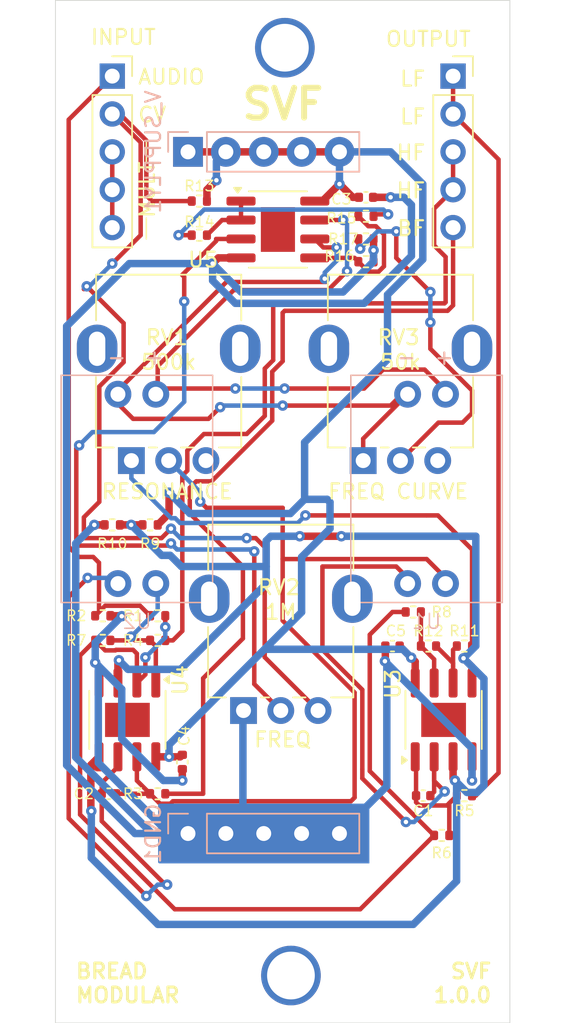
<source format=kicad_pcb>
(kicad_pcb (version 20240108) (generator "pcbnew") (generator_version "8.0")
  (layers (0 "F.Cu" signal) (31 "B.Cu" signal) (34 "B.Paste" user) (35 "F.Paste" user) (36 "B.SilkS" user "B.Silkscreen") (37 "F.SilkS" user "F.Silkscreen") (38 "B.Mask" user) (39 "F.Mask" user) (44 "Edge.Cuts" user))
  (net 0 "")
  (net 1 "GND")
  (net 2 "Net-(C1-Pad2)")
  (net 3 "Net-(U3A--)")
  (net 4 "Net-(U4B--)")
  (net 5 "Net-(C2-Pad2)")
  (net 6 "Net-(INPUT1-Pin_3)")
  (net 7 "V_IN")
  (net 8 "V_CV")
  (net 9 "V_HF")
  (net 10 "V_LF")
  (net 11 "V_BF")
  (net 12 "V_SUPPLY")
  (net 13 "Net-(U4A--)")
  (net 14 "Net-(R4-Pad1)")
  (net 15 "Net-(R12-Pad1)")
  (net 16 "V_MID")
  (net 17 "Net-(R11-Pad2)")
  (net 18 "Net-(U3B--)")
  (net 19 "Net-(U5A--)")
  (net 20 "Net-(R14-Pad1)")
  (net 21 "Net-(U5B-+)")
  (net 22 "VACTROL_NEG")
  (net 24 "Net-(U5A-+)")
  (net 25 "VACTROL_POS")
  (net 26 "Net-(R17-Pad2)")
  (footprint "Resistor_SMD:R_0402_1005Metric" (layer "F.Cu") (at 67.816 55.118)
    (property "Reference" "R15")
    (property "Value" "1M")
  )
  (footprint "Package_SO:SOIC-8-1EP_3.9x4.9mm_P1.27mm_EP2.29x3mm" (layer "F.Cu") (at 73.025 88.9 90)
    (property "Reference" "U3")
    (property "Value" "MCP6002-xSN")
  )
  (footprint "Resistor_SMD:R_0402_1005Metric" (layer "F.Cu") (at 50.163 81.915 180)
    (property "Reference" "R2")
    (property "Value" "22k")
  )
  (footprint "BreadModular_Pots:Potentiometer_RV09" (layer "F.Cu") (at 54.711 64.516)
    (property "Reference" "RV1")
    (property "Value" "500k")
  )
  (footprint "BreadModular_Pots:Potentiometer_RV09" (layer "F.Cu") (at 62.23 81.28)
    (property "Reference" "RV2")
    (property "Value" "1M")
  )
  (footprint "Resistor_SMD:R_0402_1005Metric" (layer "F.Cu") (at 53.846 93.853)
    (property "Reference" "R3")
    (property "Value" "1k")
  )
  (footprint "Resistor_SMD:R_0402_1005Metric" (layer "F.Cu") (at 56.64 56.388)
    (property "Reference" "R14")
    (property "Value" "1k")
  )
  (footprint "Capacitor_SMD:C_0402_1005Metric" (layer "F.Cu") (at 55.499 91.722 -90)
    (property "Reference" "C4")
    (property "Value" "0.1uf")
  )
  (footprint "Resistor_SMD:R_0402_1005Metric" (layer "F.Cu") (at 56.64 54.102)
    (property "Reference" "R13")
    (property "Value" "100k")
  )
  (footprint "Connector_PinSocket_2.54mm:PinSocket_1x05_P2.54mm_Vertical" (layer "F.Cu") (at 50.8 45.72)
    (property "Reference" "INPUT1")
    (property "Value" "Conn_01x05_Socket")
  )
  (footprint "Resistor_SMD:R_0402_1005Metric" (layer "F.Cu") (at 72.896 96.647 180)
    (property "Reference" "R6")
    (property "Value" "10k")
  )
  (footprint "Capacitor_SMD:C_0402_1005Metric" (layer "F.Cu") (at 71.656 93.98 180)
    (property "Reference" "C1")
    (property "Value" "10nf")
  )
  (footprint "Package_SO:SOIC-8-1EP_3.9x4.9mm_P1.27mm_EP2.29x3mm" (layer "F.Cu") (at 51.816 88.9 -90)
    (property "Reference" "U4")
    (property "Value" "MCP6002-xSN")
  )
  (footprint "Resistor_SMD:R_0402_1005Metric" (layer "F.Cu") (at 72.009 83.947)
    (property "Reference" "R12")
    (property "Value" "51k")
  )
  (footprint "Resistor_SMD:R_0402_1005Metric" (layer "F.Cu") (at 53.338 75.819 180)
    (property "Reference" "R9")
    (property "Value" "1k")
  )
  (footprint "Capacitor_SMD:C_0402_1005Metric" (layer "F.Cu") (at 50.574 93.853)
    (property "Reference" "C2")
    (property "Value" "10nf")
  )
  (footprint "Resistor_SMD:R_0402_1005Metric" (layer "F.Cu") (at 53.848 83.566)
    (property "Reference" "R4")
    (property "Value" "1k")
  )
  (footprint "Resistor_SMD:R_0402_1005Metric" (layer "F.Cu") (at 50.163 83.566)
    (property "Reference" "R7")
    (property "Value" "10k")
  )
  (footprint "Resistor_SMD:R_0402_1005Metric" (layer "F.Cu") (at 67.816 58.166 180)
    (property "Reference" "R16")
    (property "Value" "1M")
  )
  (footprint "Capacitor_SMD:C_0402_1005Metric" (layer "F.Cu") (at 67.818 53.848)
    (property "Reference" "C3")
    (property "Value" "0.1uf")
  )
  (footprint "Resistor_SMD:R_0402_1005Metric" (layer "F.Cu") (at 53.846 81.915)
    (property "Reference" "R1")
    (property "Value" "51k")
  )
  (footprint "Resistor_SMD:R_0402_1005Metric" (layer "F.Cu") (at 50.802 75.819 180)
    (property "Reference" "R10")
    (property "Value" "1k")
  )
  (footprint "Capacitor_SMD:C_0402_1005Metric" (layer "F.Cu") (at 69.596 83.947 180)
    (property "Reference" "C5")
    (property "Value" "0.1uf")
  )
  (footprint "Connector_PinSocket_2.54mm:PinSocket_1x05_P2.54mm_Vertical" (layer "F.Cu") (at 73.66 45.72)
    (property "Reference" "OUTPUT1")
    (property "Value" "Conn_01x05_Socket")
  )
  (footprint "Resistor_SMD:R_0402_1005Metric" (layer "F.Cu") (at 67.816 56.642 180)
    (property "Reference" "R17")
    (property "Value" "5.1k")
  )
  (footprint "Resistor_SMD:R_0402_1005Metric" (layer "F.Cu") (at 70.991 81.661 180)
    (property "Reference" "R8")
    (property "Value" "10k")
  )
  (footprint "Resistor_SMD:R_0402_1005Metric" (layer "F.Cu") (at 74.422 83.947)
    (property "Reference" "R11")
    (property "Value" "51k")
  )
  (footprint "BreadModular_Pots:Potentiometer_RV09" (layer "F.Cu") (at 70.257 64.516)
    (property "Reference" "RV3")
    (property "Value" "50k")
  )
  (footprint "Resistor_SMD:R_0402_1005Metric" (layer "F.Cu") (at 74.42 93.98)
    (property "Reference" "R5")
    (property "Value" "1k")
  )
  (footprint "Package_SO:SOIC-8-1EP_3.9x4.9mm_P1.27mm_EP2.29x3mm" (layer "F.Cu") (at 61.911 56.007)
    (property "Reference" "U5")
    (property "Value" "MCP6002-xSN")
  )
  (footprint "BreadModular_MISC:VTL5C" (layer "B.Cu") (at 71.882 73.406 180)
    (property "Reference" "U1")
    (property "Value" "VTL5C")
  )
  (footprint "BreadModular_MISC:Power_Connector" (layer "B.Cu") (at 55.88 50.8 -90)
    (property "Reference" "V_SUPPLY1")
    (property "Value" "Conn_01x05_Pin")
  )
  (footprint "BreadModular_MISC:Power_Connector" (layer "B.Cu") (at 55.88 96.52 -90)
    (property "Reference" "GND1")
    (property "Value" "Conn_01x05_Pin")
  )
  (footprint "BreadModular_MISC:VTL5C" (layer "B.Cu") (at 52.451 73.406 180)
    (property "Reference" "U2")
    (property "Value" "VTL5C")
  )
  (gr_poly (pts (xy 53.975 94.615) (xy 67.945 94.615) (xy 67.945 98.425) (xy 53.975 98.425)) (stroke (width 0.2)) (fill solid) (layer "B.Cu") (net 1))
  (gr_line (start 53.086 51.435) (end 53.086 50.165) (stroke (width 0.1)) (layer "F.SilkS"))
  (gr_line (start 53.086 55.245) (end 53.086 56.642) (stroke (width 0.1)) (layer "F.SilkS"))
  (gr_line (start 46.99 109.22) (end 77.47 109.22) (stroke (width 0.05)) (layer "Edge.Cuts"))
  (gr_line (start 77.47 40.64) (end 46.99 40.64) (stroke (width 0.05)) (layer "Edge.Cuts"))
  (gr_line (start 46.99 40.64) (end 46.99 109.22) (stroke (width 0.05)) (layer "Edge.Cuts"))
  (gr_line (start 77.47 109.22) (end 77.47 40.64) (stroke (width 0.05)) (layer "Edge.Cuts"))
  (gr_text "HF" (at 71.882 53.975 0) (layer "F.SilkS") (effects (font (size 1 1)) (justify right bottom)))
  (gr_text "LF" (at 71.882 46.482 0) (layer "F.SilkS") (effects (font (size 1 1)) (justify right bottom)))
  (gr_text "AUDIO" (at 52.451 46.355 0) (layer "F.SilkS") (effects (font (size 1 1)) (justify left bottom)))
  (gr_text "INPUT" (at 49.276 43.688 0) (layer "F.SilkS") (effects (font (size 1 1)) (justify left bottom)))
  (gr_text "RESONANCE" (at 54.483 74.168 0) (layer "F.SilkS") (effects (font (size 1 1)) (justify bottom)))
  (gr_text "SVF\n1.0.0" (at 76.327 107.95 0) (layer "F.SilkS") (effects (font (size 1 1) (thickness 0.2) (bold yes)) (justify right bottom)))
  (gr_text "SVF" (at 59.309 48.768 0) (layer "F.SilkS") (effects (font (size 2 2) (thickness 0.4) (bold yes)) (justify left bottom)))
  (gr_text "LF" (at 71.882 49.022 0) (layer "F.SilkS") (effects (font (size 1 1)) (justify right bottom)))
  (gr_text "FREQ" (at 62.23 90.805 0) (layer "F.SilkS") (effects (font (size 1 1)) (justify bottom)))
  (gr_text "BF" (at 71.882 56.515 0) (layer "F.SilkS") (effects (font (size 1 1)) (justify right bottom)))
  (gr_text "FREQ CURVE" (at 69.977 74.168 0) (layer "F.SilkS") (effects (font (size 1 1)) (justify bottom)))
  (gr_text "MULT" (at 53.721 53.34 90) (layer "F.SilkS") (effects (font (size 1 1)) (justify bottom)))
  (gr_text "CV" (at 52.451 48.895 0) (layer "F.SilkS") (effects (font (size 1 1)) (justify left bottom)))
  (gr_text "HF" (at 71.882 51.435 0) (layer "F.SilkS") (effects (font (size 1 1)) (justify right bottom)))
  (gr_text "OUTPUT" (at 74.93 43.815 0) (layer "F.SilkS") (effects (font (size 1 1)) (justify right bottom)))
  (gr_text "BREAD\nMODULAR" (at 48.26 107.95 0) (layer "F.SilkS") (effects (font (size 1 1) (thickness 0.2) (bold yes)) (justify left bottom)))
  (via (at 62.784908 106.045) (size 4) (drill 3.2) (layers "F.Cu" "B.Cu") (net 0))
  (via (at 62.37758 43.815) (size 4) (drill 3.2) (layers "F.Cu" "B.Cu") (net 0))
  (segment (start 55.499 92.202) (end 55.499 92.964) (width 0.5) (layer "F.Cu") (net 1))
  (segment (start 50.288 75.819) (end 49.595 75.819) (width 0.5) (layer "F.Cu") (net 1))
  (segment (start 55.88 96.52) (end 66.04 96.52) (width 0.5) (layer "F.Cu") (net 1))
  (segment (start 69.116 83.947) (end 69.116 84.935) (width 0.5) (layer "F.Cu") (net 1))
  (segment (start 68.298 53.848) (end 69.469 53.848) (width 0.5) (layer "F.Cu") (net 1))
  (segment (start 51.405 81.915) (end 51.435 81.945) (width 0.5) (layer "F.Cu") (net 1))
  (segment (start 50.673 81.915) (end 51.405 81.915) (width 0.5) (layer "F.Cu") (net 1))
  (segment (start 74.93 91.375) (end 74.93 92.964) (width 0.5) (layer "F.Cu") (net 1))
  (segment (start 49.911 85.311584) (end 49.658183 85.058767) (width 0.5) (layer "F.Cu") (net 1))
  (segment (start 68.326 56.642) (end 68.326 57.404) (width 0.5) (layer "F.Cu") (net 1))
  (segment (start 57.912 57.912) (end 57.531 58.293) (width 0.5) (layer "F.Cu") (net 1))
  (segment (start 68.326 57.404) (end 68.326 58.166) (width 0.5) (layer "F.Cu") (net 1))
  (segment (start 69.116 84.935) (end 69.088 84.963) (width 0.5) (layer "F.Cu") (net 1))
  (segment (start 49.911 86.425) (end 49.911 85.311584) (width 0.5) (layer "F.Cu") (net 1))
  (segment (start 59.436 57.912) (end 57.912 57.912) (width 0.5) (layer "F.Cu") (net 1))
  (via (at 55.499 92.964) (size 0.7) (drill 0.3) (layers "F.Cu" "B.Cu") (net 1))
  (via (at 57.531 58.293) (size 0.7) (drill 0.3) (layers "F.Cu" "B.Cu") (net 1))
  (via (at 49.595 75.819) (size 0.7) (drill 0.3) (layers "F.Cu" "B.Cu") (net 1))
  (via (at 69.469 53.848) (size 0.7) (drill 0.3) (layers "F.Cu" "B.Cu") (net 1))
  (via (at 49.658183 85.058767) (size 0.7) (drill 0.3) (layers "F.Cu" "B.Cu") (net 1))
  (via (at 68.326 57.404) (size 0.7) (drill 0.3) (layers "F.Cu" "B.Cu") (net 1))
  (via (at 69.088 84.963) (size 0.7) (drill 0.3) (layers "F.Cu" "B.Cu") (net 1))
  (via (at 74.93 92.964) (size 0.7) (drill 0.3) (layers "F.Cu" "B.Cu") (net 1))
  (via (at 51.435 81.945) (size 0.7) (drill 0.3) (layers "F.Cu" "B.Cu") (net 1))
  (segment (start 68.326 58.154371) (end 66.282371 60.198) (width 0.5) (layer "B.Cu") (net 1))
  (segment (start 67.691 60.96) (end 59.055 60.96) (width 0.5) (layer "B.Cu") (net 1))
  (segment (start 69.469 53.848) (end 70.358 53.848) (width 0.5) (layer "B.Cu") (net 1))
  (segment (start 48.349 91.402) (end 48.349 77.065) (width 0.5) (layer "B.Cu") (net 1))
  (segment (start 59.436 60.198) (end 57.531 58.293) (width 0.5) (layer "B.Cu") (net 1))
  (segment (start 51.943 58.293) (end 47.74 62.496) (width 0.5) (layer "B.Cu") (net 1))
  (segment (start 49.863708 85.264292) (end 49.863708 91.773708) (width 0.5) (layer "B.Cu") (net 1))
  (segment (start 69.215 93.345) (end 66.04 96.52) (width 0.5) (layer "B.Cu") (net 1))
  (segment (start 49.863708 91.773708) (end 54.61 96.52) (width 0.5) (layer "B.Cu") (net 1))
  (segment (start 59.603 88.86) (end 59.563 88.9) (width 0.5) (layer "B.Cu") (net 1))
  (segment (start 48.349 77.065) (end 49.595 75.819) (width 0.5) (layer "B.Cu") (net 1))
  (segment (start 54.229 92.964) (end 51.435 90.17) (width 0.5) (layer "B.Cu") (net 1))
  (segment (start 70.866 54.356) (end 70.866 57.785) (width 0.5) (layer "B.Cu") (net 1))
  (segment (start 57.531 58.293) (end 51.943 58.293) (width 0.5) (layer "B.Cu") (net 1))
  (segment (start 53.467 96.52) (end 48.349 91.402) (width 0.5) (layer "B.Cu") (net 1))
  (segment (start 52.324 96.52) (end 55.88 96.52) (width 0.5) (layer "B.Cu") (net 1))
  (segment (start 47.74 62.496) (end 47.74 91.936) (width 0.5) (layer "B.Cu") (net 1))
  (segment (start 51.435 86.835584) (end 49.658183 85.058767) (width 0.5) (layer "B.Cu") (net 1))
  (segment (start 66.282371 60.198) (end 59.436 60.198) (width 0.5) (layer "B.Cu") (net 1))
  (segment (start 51.435 81.945) (end 49.658183 83.721817) (width 0.5) (layer "B.Cu") (net 1))
  (segment (start 74.93 92.964) (end 74.93 90.805) (width 0.5) (layer "B.Cu") (net 1))
  (segment (start 59.563 88.9) (end 59.563 95.377) (width 0.5) (layer "B.Cu") (net 1))
  (segment (start 70.358 53.848) (end 70.866 54.356) (width 0.5) (layer "B.Cu") (net 1))
  (segment (start 59.603 88.272) (end 59.603 88.86) (width 0.5) (layer "B.Cu") (net 1))
  (segment (start 49.658183 83.721817) (end 49.658183 85.058767) (width 0.5) (layer "B.Cu") (net 1))
  (segment (start 49.658183 85.058767) (end 49.863708 85.264292) (width 0.5) (layer "B.Cu") (net 1))
  (segment (start 59.055 60.96) (end 57.531 59.436) (width 0.5) (layer "B.Cu") (net 1))
  (segment (start 74.93 90.805) (end 69.088 84.963) (width 0.5) (layer "B.Cu") (net 1))
  (segment (start 69.215 85.09) (end 69.215 93.345) (width 0.5) (layer "B.Cu") (net 1))
  (segment (start 47.74 91.936) (end 52.324 96.52) (width 0.5) (layer "B.Cu") (net 1))
  (segment (start 68.326 57.404) (end 68.326 58.154371) (width 0.5) (layer "B.Cu") (net 1))
  (segment (start 59.563 95.377) (end 58.42 96.52) (width 0.5) (layer "B.Cu") (net 1))
  (segment (start 69.088 84.963) (end 69.215 85.09) (width 0.5) (layer "B.Cu") (net 1))
  (segment (start 55.499 92.964) (end 54.229 92.964) (width 0.5) (layer "B.Cu") (net 1))
  (segment (start 54.61 96.52) (end 55.88 96.52) (width 0.5) (layer "B.Cu") (net 1))
  (segment (start 51.435 90.17) (end 51.435 86.835584) (width 0.5) (layer "B.Cu") (net 1))
  (segment (start 55.88 96.52) (end 53.467 96.52) (width 0.5) (layer "B.Cu") (net 1))
  (segment (start 57.531 59.436) (end 57.531 58.293) (width 0.5) (layer "B.Cu") (net 1))
  (segment (start 70.866 57.785) (end 67.691 60.96) (width 0.5) (layer "B.Cu") (net 1))
  (segment (start 71.176 93.98) (end 71.176 91.431) (width 0.3) (layer "F.Cu") (net 2))
  (segment (start 71.399 94.64) (end 71.176 94.417) (width 0.3) (layer "F.Cu") (net 2))
  (segment (start 73.406 96.647) (end 73.406 94.484) (width 0.3) (layer "F.Cu") (net 2))
  (segment (start 73.406 94.484) (end 73.91 93.98) (width 0.3) (layer "F.Cu") (net 2))
  (segment (start 73.91 93.98) (end 73.25 94.64) (width 0.3) (layer "F.Cu") (net 2))
  (segment (start 73.25 94.64) (end 71.399 94.64) (width 0.3) (layer "F.Cu") (net 2))
  (segment (start 71.176 94.417) (end 71.176 93.98) (width 0.3) (layer "F.Cu") (net 2))
  (segment (start 71.176 91.431) (end 71.12 91.375) (width 0.3) (layer "F.Cu") (net 2))
  (segment (start 72.39 91.375) (end 72.39 93.726) (width 0.3) (layer "F.Cu") (net 3))
  (segment (start 64.897 84.201) (end 67.056 86.36) (width 0.3) (layer "F.Cu") (net 3))
  (segment (start 73.096432 93.697829) (end 72.39 92.991397) (width 0.3) (layer "F.Cu") (net 3))
  (segment (start 67.572 86.876) (end 67.572 92.202) (width 0.3) (layer "F.Cu") (net 3))
  (segment (start 67.056 86.36) (end 67.572 86.876) (width 0.3) (layer "F.Cu") (net 3))
  (segment (start 72.39 92.991397) (end 72.39 91.375) (width 0.3) (layer "F.Cu") (net 3))
  (segment (start 64.897 78.613) (end 64.897 84.201) (width 0.3) (layer "F.Cu") (net 3))
  (segment (start 67.572 92.202) (end 67.572 92.82295) (width 0.3) (layer "F.Cu") (net 3))
  (segment (start 70.612 79.375) (end 69.85 78.613) (width 0.3) (layer "F.Cu") (net 3))
  (segment (start 72.39 93.726) (end 72.136 93.98) (width 0.3) (layer "F.Cu") (net 3))
  (segment (start 67.572 92.82295) (end 70.496025 95.746975) (width 0.3) (layer "F.Cu") (net 3))
  (segment (start 69.85 78.613) (end 64.897 78.613) (width 0.3) (layer "F.Cu") (net 3))
  (via (at 70.496025 95.746975) (size 0.7) (drill 0.3) (layers "F.Cu" "B.Cu") (net 3))
  (via (at 73.096432 93.697829) (size 0.7) (drill 0.3) (layers "F.Cu" "B.Cu") (net 3))
  (segment (start 71.047286 95.746975) (end 70.496025 95.746975) (width 0.3) (layer "B.Cu") (net 3))
  (segment (start 73.096432 93.697829) (end 71.047286 95.746975) (width 0.3) (layer "B.Cu") (net 3))
  (segment (start 51.181 92.037524) (end 51.181 91.375) (width 0.3) (layer "F.Cu") (net 4))
  (segment (start 54.356 99.949) (end 50.094 95.687) (width 0.3) (layer "F.Cu") (net 4))
  (segment (start 54.483 99.949) (end 54.356 99.949) (width 0.3) (layer "F.Cu") (net 4))
  (segment (start 47.879 80.645) (end 49.149 79.375) (width 0.3) (layer "F.Cu") (net 4))
  (segment (start 47.879 95.504) (end 47.879 80.645) (width 0.3) (layer "F.Cu") (net 4))
  (segment (start 53.086 100.711) (end 47.879 95.504) (width 0.3) (layer "F.Cu") (net 4))
  (segment (start 50.094 95.687) (end 50.094 93.853) (width 0.3) (layer "F.Cu") (net 4))
  (segment (start 50.094 93.853) (end 50.094 93.124524) (width 0.3) (layer "F.Cu") (net 4))
  (segment (start 50.094 93.124524) (end 51.181 92.037524) (width 0.3) (layer "F.Cu") (net 4))
  (via (at 49.149 79.375) (size 0.7) (drill 0.3) (layers "F.Cu" "B.Cu") (net 4))
  (via (at 53.086 100.711) (size 0.7) (drill 0.3) (layers "F.Cu" "B.Cu") (net 4))
  (via (at 54.483 99.949) (size 0.7) (drill 0.3) (layers "F.Cu" "B.Cu") (net 4))
  (segment (start 53.086 100.711) (end 53.848 99.949) (width 0.3) (layer "B.Cu") (net 4))
  (segment (start 51.308 79.375) (end 49.149 79.375) (width 0.3) (layer "B.Cu") (net 4))
  (segment (start 53.848 99.949) (end 54.483 99.949) (width 0.3) (layer "B.Cu") (net 4))
  (segment (start 62.238 78.113) (end 62.23 78.105) (width 0.3) (layer "F.Cu") (net 5))
  (segment (start 54.695634 94.523) (end 54.865634 94.353) (width 0.3) (layer "F.Cu") (net 5))
  (segment (start 56.699 74.257) (end 57.118 74.676) (width 0.3) (layer "F.Cu") (net 5))
  (segment (start 66.81 94.353) (end 67.056 94.107) (width 0.3) (layer "F.Cu") (net 5))
  (segment (start 54.865634 94.353) (end 66.81 94.353) (width 0.3) (layer "F.Cu") (net 5))
  (segment (start 54.006 94.523) (end 54.695634 94.523) (width 0.3) (layer "F.Cu") (net 5))
  (segment (start 51.054 93.853) (end 53.336 93.853) (width 0.3) (layer "F.Cu") (net 5))
  (segment (start 67.056 94.107) (end 67.056 87.067107) (width 0.3) (layer "F.Cu") (net 5))
  (segment (start 53.336 93.853) (end 54.006 94.523) (width 0.3) (layer "F.Cu") (net 5))
  (segment (start 73.152 79.375) (end 71.89 78.113) (width 0.3) (layer "F.Cu") (net 5))
  (segment (start 57.118 74.676) (end 62.23 74.676) (width 0.3) (layer "F.Cu") (net 5))
  (segment (start 62.23 74.676) (end 62.23 78.105) (width 0.3) (layer "F.Cu") (net 5))
  (segment (start 52.451 92.968) (end 52.451 91.375) (width 0.3) (layer "F.Cu") (net 5))
  (segment (start 67.056 87.067107) (end 62.23 82.241107) (width 0.3) (layer "F.Cu") (net 5))
  (segment (start 53.336 93.853) (end 52.451 92.968) (width 0.3) (layer "F.Cu") (net 5))
  (segment (start 71.89 78.113) (end 62.238 78.113) (width 0.3) (layer "F.Cu") (net 5))
  (segment (start 62.23 82.241107) (end 62.23 78.105) (width 0.3) (layer "F.Cu") (net 5))
  (via (at 56.699 74.257) (size 0.7) (drill 0.3) (layers "F.Cu" "B.Cu") (net 5))
  (segment (start 56.699 73.623) (end 54.584 71.508) (width 0.3) (layer "B.Cu") (net 5))
  (segment (start 56.699 74.257) (end 56.699 73.623) (width 0.3) (layer "B.Cu") (net 5))
  (segment (start 50.8 50.8) (end 50.8 55.88) (width 0.3) (layer "F.Cu") (net 6))
  (segment (start 52.666 81.245) (end 53.336 81.915) (width 0.3) (layer "F.Cu") (net 7))
  (segment (start 50.323 81.245) (end 52.666 81.245) (width 0.3) (layer "F.Cu") (net 7))
  (segment (start 49.653 81.915) (end 50.323 81.245) (width 0.3) (layer "F.Cu") (net 7))
  (segment (start 47.879 77.288107) (end 48.560893 77.97) (width 0.3) (layer "F.Cu") (net 7))
  (segment (start 49.911 78.359) (end 49.911 81.657) (width 0.3) (layer "F.Cu") (net 7))
  (segment (start 49.522 77.97) (end 49.911 78.359) (width 0.3) (layer "F.Cu") (net 7))
  (segment (start 48.560893 77.97) (end 49.522 77.97) (width 0.3) (layer "F.Cu") (net 7))
  (segment (start 50.8 45.72) (end 47.879 48.641) (width 0.3) (layer "F.Cu") (net 7))
  (segment (start 49.911 81.657) (end 49.653 81.915) (width 0.3) (layer "F.Cu") (net 7))
  (segment (start 47.879 48.641) (end 47.879 77.288107) (width 0.3) (layer "F.Cu") (net 7))
  (segment (start 64.603 88.272) (end 61.025 84.694) (width 0.3) (layer "F.Cu") (net 8))
  (segment (start 48.895 76.708) (end 48.895 75.311) (width 0.3) (layer "F.Cu") (net 8))
  (segment (start 50.664305 65.806) (end 51.562 64.908305) (width 0.3) (layer "F.Cu") (net 8))
  (segment (start 48.895 75.311) (end 49.931 74.275) (width 0.3) (layer "F.Cu") (net 8))
  (segment (start 53.086 50.038) (end 53.086 53.721) (width 0.3) (layer "F.Cu") (net 8))
  (segment (start 61.025 77.30705) (end 60.42595 76.708) (width 0.3) (layer "F.Cu") (net 8))
  (segment (start 50.663233 65.806) (end 50.664305 65.806) (width 0.3) (layer "F.Cu") (net 8))
  (segment (start 60.42595 76.708) (end 59.817 76.708) (width 0.3) (layer "F.Cu") (net 8))
  (segment (start 49.931 66.538233) (end 50.663233 65.806) (width 0.3) (layer "F.Cu") (net 8))
  (segment (start 61.025 84.694) (end 61.025 77.30705) (width 0.3) (layer "F.Cu") (net 8))
  (segment (start 54.102 76.708) (end 48.895 76.708) (width 0.3) (layer "F.Cu") (net 8))
  (segment (start 54.737 76.073) (end 54.102 76.708) (width 0.3) (layer "F.Cu") (net 8))
  (segment (start 53.086 53.721) (end 53.467 54.102) (width 0.3) (layer "F.Cu") (net 8))
  (segment (start 50.8 48.26) (end 51.308 48.26) (width 0.3) (layer "F.Cu") (net 8))
  (segment (start 49.087 59.817) (end 48.895 60.009) (width 0.3) (layer "F.Cu") (net 8))
  (segment (start 51.562 62.292) (end 49.087 59.817) (width 0.3) (layer "F.Cu") (net 8))
  (segment (start 52.705 56.388) (end 52.705 50.165) (width 0.3) (layer "F.Cu") (net 8))
  (segment (start 49.931 74.275) (end 49.931 66.538233) (width 0.3) (layer "F.Cu") (net 8))
  (segment (start 53.467 54.102) (end 56.13 54.102) (width 0.3) (layer "F.Cu") (net 8))
  (segment (start 50.8 58.293) (end 52.705 56.388) (width 0.3) (layer "F.Cu") (net 8))
  (segment (start 52.705 50.165) (end 50.8 48.26) (width 0.3) (layer "F.Cu") (net 8))
  (segment (start 51.308 48.26) (end 53.086 50.038) (width 0.3) (layer "F.Cu") (net 8))
  (segment (start 51.562 64.908305) (end 51.562 62.292) (width 0.3) (layer "F.Cu") (net 8))
  (via (at 50.8 58.293) (size 0.7) (drill 0.3) (layers "F.Cu" "B.Cu") (net 8))
  (via (at 49.087 59.817) (size 0.7) (drill 0.3) (layers "F.Cu" "B.Cu") (net 8))
  (via (at 54.737 76.073) (size 0.7) (drill 0.3) (layers "F.Cu" "B.Cu") (net 8))
  (via (at 59.817 76.708) (size 0.7) (drill 0.3) (layers "F.Cu" "B.Cu") (net 8))
  (segment (start 55.372 76.708) (end 59.817 76.708) (width 0.3) (layer "B.Cu") (net 8))
  (segment (start 49.276 59.817) (end 50.8 58.293) (width 0.3) (layer "B.Cu") (net 8))
  (segment (start 54.737 76.073) (end 55.372 76.708) (width 0.3) (layer "B.Cu") (net 8))
  (segment (start 49.087 59.817) (end 49.276 59.817) (width 0.3) (layer "B.Cu") (net 8))
  (segment (start 55.499 82.935) (end 55.499 72.517) (width 0.3) (layer "F.Cu") (net 9))
  (segment (start 73.087894 60.96) (end 73.16 60.887894) (width 0.3) (layer "F.Cu") (net 9))
  (segment (start 73.16 60.887894) (end 73.16 57.847057) (width 0.3) (layer "F.Cu") (net 9))
  (segment (start 56.948107 69.723) (end 59.817 69.723) (width 0.3) (layer "F.Cu") (net 9))
  (segment (start 73.66 50.8) (end 73.66 53.34) (width 0.3) (layer "F.Cu") (net 9))
  (segment (start 55.834 70.837107) (end 56.948107 69.723) (width 0.3) (layer "F.Cu") (net 9))
  (segment (start 72.39 57.077057) (end 72.39 54.61) (width 0.3) (layer "F.Cu") (net 9))
  (segment (start 61.03 65.335) (end 61.595 64.77) (width 0.3) (layer "F.Cu") (net 9))
  (segment (start 61.595 60.96) (end 73.087894 60.96) (width 0.3) (layer "F.Cu") (net 9))
  (segment (start 72.39 54.61) (end 73.66 53.34) (width 0.3) (layer "F.Cu") (net 9))
  (segment (start 61.595 64.77) (end 61.595 60.96) (width 0.3) (layer "F.Cu") (net 9))
  (segment (start 55.834 72.182) (end 55.834 70.837107) (width 0.3) (layer "F.Cu") (net 9))
  (segment (start 55.499 72.517) (end 55.834 72.182) (width 0.3) (layer "F.Cu") (net 9))
  (segment (start 54.868 83.566) (end 55.499 82.935) (width 0.3) (layer "F.Cu") (net 9))
  (segment (start 61.03 68.51) (end 61.03 65.335) (width 0.3) (layer "F.Cu") (net 9))
  (segment (start 73.16 57.847057) (end 72.39 57.077057) (width 0.3) (layer "F.Cu") (net 9))
  (segment (start 54.358 83.566) (end 54.868 83.566) (width 0.3) (layer "F.Cu") (net 9))
  (segment (start 59.817 69.723) (end 61.03 68.51) (width 0.3) (layer "F.Cu") (net 9))
  (segment (start 73.66 45.72) (end 73.66 48.26) (width 0.3) (layer "F.Cu") (net 10))
  (segment (start 75.184 93.98) (end 74.93 93.98) (width 0.3) (layer "F.Cu") (net 10))
  (segment (start 73.66 48.26) (end 76.708 51.308) (width 0.3) (layer "F.Cu") (net 10))
  (segment (start 76.708 92.456) (end 75.184 93.98) (width 0.3) (layer "F.Cu") (net 10))
  (segment (start 76.708 51.308) (end 76.708 92.456) (width 0.3) (layer "F.Cu") (net 10))
  (segment (start 56.43305 72.898) (end 57.461767 72.898) (width 0.3) (layer "F.Cu") (net 11))
  (segment (start 73.295 61.46) (end 73.66 61.095) (width 0.3) (layer "F.Cu") (net 11))
  (segment (start 54.356 93.853) (end 56.896 93.853) (width 0.3) (layer "F.Cu") (net 11))
  (segment (start 61.53 65.542106) (end 62.23 64.842106) (width 0.3) (layer "F.Cu") (net 11))
  (segment (start 55.999 75.049) (end 55.999 73.33205) (width 0.3) (layer "F.Cu") (net 11))
  (segment (start 55.999 73.33205) (end 56.43305 72.898) (width 0.3) (layer "F.Cu") (net 11))
  (segment (start 56.896 93.853) (end 56.896 86.106) (width 0.3) (layer "F.Cu") (net 11))
  (segment (start 62.365 61.46) (end 73.295 61.46) (width 0.3) (layer "F.Cu") (net 11))
  (segment (start 59.563 78.613) (end 55.999 75.049) (width 0.3) (layer "F.Cu") (net 11))
  (segment (start 59.563 83.439) (end 59.563 78.613) (width 0.3) (layer "F.Cu") (net 11))
  (segment (start 73.66 61.095) (end 73.66 55.88) (width 0.3) (layer "F.Cu") (net 11))
  (segment (start 56.896 86.106) (end 59.563 83.439) (width 0.3) (layer "F.Cu") (net 11))
  (segment (start 62.23 61.595) (end 62.365 61.46) (width 0.3) (layer "F.Cu") (net 11))
  (segment (start 61.53 68.829767) (end 61.53 65.542106) (width 0.3) (layer "F.Cu") (net 11))
  (segment (start 62.23 64.842106) (end 62.23 61.595) (width 0.3) (layer "F.Cu") (net 11))
  (segment (start 57.461767 72.898) (end 61.53 68.829767) (width 0.3) (layer "F.Cu") (net 11))
  (segment (start 53.721 91.375) (end 54.61 91.375) (width 0.5) (layer "F.Cu") (net 12))
  (segment (start 54.61 73.66) (end 54.61 75.057) (width 0.5) (layer "F.Cu") (net 12))
  (segment (start 57.15 54.102) (end 57.15 53.34) (width 0.5) (layer "F.Cu") (net 12))
  (segment (start 66.929 53.848) (end 67.338 53.848) (width 0.5) (layer "F.Cu") (net 12))
  (segment (start 64.386 54.102) (end 64.897 54.102) (width 0.5) (layer "F.Cu") (net 12))
  (segment (start 64.897 54.102) (end 66.04 52.959) (width 0.5) (layer "F.Cu") (net 12))
  (segment (start 71.12 84.991) (end 70.852 84.723) (width 0.5) (layer "F.Cu") (net 12))
  (segment (start 66.04 52.959) (end 66.929 53.848) (width 0.5) (layer "F.Cu") (net 12))
  (segment (start 55.88 50.8) (end 66.04 50.8) (width 0.5) (layer "F.Cu") (net 12))
  (segment (start 54.61 75.057) (end 53.848 75.819) (width 0.5) (layer "F.Cu") (net 12))
  (segment (start 55.366 91.375) (end 55.499 91.242) (width 0.5) (layer "F.Cu") (net 12))
  (segment (start 71.12 86.425) (end 71.12 84.991) (width 0.5) (layer "F.Cu") (net 12))
  (segment (start 57.15 53.34) (end 57.785 52.705) (width 0.5) (layer "F.Cu") (net 12))
  (segment (start 70.852 84.723) (end 70.076 83.947) (width 0.5) (layer "F.Cu") (net 12))
  (segment (start 54.61 91.375) (end 55.366 91.375) (width 0.5) (layer "F.Cu") (net 12))
  (via (at 66.04 52.959) (size 0.7) (drill 0.3) (layers "F.Cu" "B.Cu") (net 12))
  (via (at 54.61 91.375) (size 0.7) (drill 0.3) (layers "F.Cu" "B.Cu") (net 12))
  (via (at 54.61 73.66) (size 0.7) (drill 0.3) (layers "F.Cu" "B.Cu") (net 12))
  (via (at 57.785 52.705) (size 0.7) (drill 0.3) (layers "F.Cu" "B.Cu") (net 12))
  (via (at 70.852 84.723) (size 0.7) (drill 0.3) (layers "F.Cu" "B.Cu") (net 12))
  (segment (start 54.61 90.565) (end 54.61 91.375) (width 0.5) (layer "B.Cu") (net 12))
  (segment (start 63.702129 74.1045) (end 65.2145 74.1045) (width 0.5) (layer "B.Cu") (net 12))
  (segment (start 69.262 60.37895) (end 71.628 58.01295) (width 0.5) (layer "B.Cu") (net 12))
  (segment (start 71.628 52.959) (end 69.469 50.8) (width 0.5) (layer "B.Cu") (net 12))
  (segment (start 71.628 58.01295) (end 71.628 52.959) (width 0.5) (layer "B.Cu") (net 12))
  (segment (start 69.469 50.8) (end 66.04 50.8) (width 0.5) (layer "B.Cu") (net 12))
  (segment (start 70.292 84.163) (end 61.012 84.163) (width 0.5) (layer "B.Cu") (net 12))
  (segment (start 69.262 64.723) (end 69.262 60.37895) (width 0.5) (layer "B.Cu") (net 12))
  (segment (start 65.2145 74.1045) (end 65.405 74.295) (width 0.5) (layer "B.Cu") (net 12))
  (segment (start 54.61 73.66) (end 56.007 75.057) (width 0.5) (layer "B.Cu") (net 12))
  (segment (start 65.405 74.295) (end 65.405 76.073) (width 0.5) (layer "B.Cu") (net 12))
  (segment (start 62.749629 75.057) (end 63.702129 74.1045) (width 0.5) (layer "B.Cu") (net 12))
  (segment (start 70.852 84.723) (end 70.292 84.163) (width 0.5) (layer "B.Cu") (net 12))
  (segment (start 57.785 51.435) (end 58.42 50.8) (width 0.5) (layer "B.Cu") (net 12))
  (segment (start 63.702129 70.282871) (end 69.262 64.723) (width 0.5) (layer "B.Cu") (net 12))
  (segment (start 63.5 81.675) (end 61.012 84.163) (width 0.5) (layer "B.Cu") (net 12))
  (segment (start 61.012 84.163) (end 54.61 90.565) (width 0.5) (layer "B.Cu") (net 12))
  (segment (start 66.04 52.959) (end 66.04 50.8) (width 0.5) (layer "B.Cu") (net 12))
  (segment (start 63.702129 74.1045) (end 63.702129 70.282871) (width 0.5) (layer "B.Cu") (net 12))
  (segment (start 63.5 77.978) (end 63.5 81.675) (width 0.5) (layer "B.Cu") (net 12))
  (segment (start 65.405 76.073) (end 63.5 77.978) (width 0.5) (layer "B.Cu") (net 12))
  (segment (start 56.007 75.057) (end 62.749629 75.057) (width 0.5) (layer "B.Cu") (net 12))
  (segment (start 57.785 52.705) (end 57.785 51.435) (width 0.5) (layer "B.Cu") (net 12))
  (segment (start 48.641 84.578) (end 49.653 83.566) (width 0.3) (layer "F.Cu") (net 13))
  (segment (start 48.641 95.25) (end 48.641 84.578) (width 0.3) (layer "F.Cu") (net 13))
  (segment (start 52.197 84.201) (end 52.451 84.455) (width 0.3) (layer "F.Cu") (net 13))
  (segment (start 69.596 81.661) (end 68.072 83.185) (width 0.3) (layer "F.Cu") (net 13))
  (segment (start 54.356 81.915) (end 54.356 82.677) (width 0.3) (layer "F.Cu") (net 13))
  (segment (start 68.072 83.185) (end 68.072 92.333) (width 0.3) (layer "F.Cu") (net 13))
  (segment (start 53.021 85.855) (end 52.451 86.425) (width 0.3) (layer "F.Cu") (net 13))
  (segment (start 51.012634 84.236) (end 51.047634 84.201) (width 0.3) (layer "F.Cu") (net 13))
  (segment (start 68.072 92.333) (end 72.386 96.647) (width 0.3) (layer "F.Cu") (net 13))
  (segment (start 50.323 84.236) (end 51.012634 84.236) (width 0.3) (layer "F.Cu") (net 13))
  (segment (start 70.481 81.661) (end 69.596 81.661) (width 0.3) (layer "F.Cu") (net 13))
  (segment (start 49.653 83.566) (end 50.323 84.236) (width 0.3) (layer "F.Cu") (net 13))
  (segment (start 52.451 84.455) (end 52.451 86.425) (width 0.3) (layer "F.Cu") (net 13))
  (segment (start 67.433 101.6) (end 54.991 101.6) (width 0.3) (layer "F.Cu") (net 13))
  (segment (start 72.386 96.647) (end 67.433 101.6) (width 0.3) (layer "F.Cu") (net 13))
  (segment (start 53.021 84.709) (end 53.021 85.855) (width 0.3) (layer "F.Cu") (net 13))
  (segment (start 54.991 101.6) (end 48.641 95.25) (width 0.3) (layer "F.Cu") (net 13))
  (segment (start 51.047634 84.201) (end 52.197 84.201) (width 0.3) (layer "F.Cu") (net 13))
  (via (at 54.356 82.677) (size 0.7) (drill 0.3) (layers "F.Cu" "B.Cu") (net 13))
  (via (at 53.021 84.709) (size 0.7) (drill 0.3) (layers "F.Cu" "B.Cu") (net 13))
  (segment (start 54.356 82.677) (end 54.356 83.374) (width 0.3) (layer "B.Cu") (net 13))
  (segment (start 54.356 83.374) (end 53.021 84.709) (width 0.3) (layer "B.Cu") (net 13))
  (segment (start 53.721 86.425) (end 53.721 83.949) (width 0.3) (layer "F.Cu") (net 14))
  (segment (start 52.324 83.566) (end 52.07 83.312) (width 0.3) (layer "F.Cu") (net 14))
  (segment (start 53.338 83.566) (end 52.324 83.566) (width 0.3) (layer "F.Cu") (net 14))
  (segment (start 50.673 83.566) (end 51.816 83.566) (width 0.3) (layer "F.Cu") (net 14))
  (segment (start 51.816 83.566) (end 52.07 83.312) (width 0.3) (layer "F.Cu") (net 14))
  (segment (start 53.721 83.949) (end 53.338 83.566) (width 0.3) (layer "F.Cu") (net 14))
  (via (at 52.07 83.312) (size 0.7) (drill 0.3) (layers "F.Cu" "B.Cu") (net 14))
  (segment (start 53.848 79.375) (end 53.848 81.534) (width 0.3) (layer "B.Cu") (net 14))
  (segment (start 53.848 81.534) (end 52.07 83.312) (width 0.3) (layer "B.Cu") (net 14))
  (segment (start 72.39 84.838) (end 72.39 86.425) (width 0.3) (layer "F.Cu") (net 15))
  (segment (start 71.501 81.661) (end 71.501 83.945) (width 0.3) (layer "F.Cu") (net 15))
  (segment (start 71.501 83.945) (end 71.499 83.947) (width 0.3) (layer "F.Cu") (net 15))
  (segment (start 71.499 83.947) (end 72.39 84.838) (width 0.3) (layer "F.Cu") (net 15))
  (segment (start 73.66 92.837) (end 73.787 92.964) (width 0.5) (layer "F.Cu") (net 16))
  (segment (start 51.181 86.425) (end 51.181 84.967374) (width 0.5) (layer "F.Cu") (net 16))
  (segment (start 52.07 75.819) (end 51.308 75.819) (width 0.5) (layer "F.Cu") (net 16))
  (segment (start 66.167 76.581) (end 63.373 76.581) (width 0.5) (layer "F.Cu") (net 16))
  (segment (start 74.36 84.766054) (end 74.93 85.336054) (width 0.5) (layer "F.Cu") (net 16))
  (segment (start 73.66 91.375) (end 73.66 92.837) (width 0.5) (layer "F.Cu") (net 16))
  (segment (start 51.181 84.967374) (end 51.247374 84.901) (width 0.5) (layer "F.Cu") (net 16))
  (segment (start 49.364 91.922) (end 49.911 91.375) (width 0.5) (layer "F.Cu") (net 16))
  (segment (start 49.364 94.98305) (end 49.364 91.922) (width 0.5) (layer "F.Cu") (net 16))
  (segment (start 52.828 75.819) (end 52.07 75.819) (width 0.5) (layer "F.Cu") (net 16))
  (segment (start 74.93 85.336054) (end 74.93 86.425) (width 0.5) (layer "F.Cu") (net 16))
  (segment (start 49.394001 95.013051) (end 49.364 94.98305) (width 0.5) (layer "F.Cu") (net 16))
  (via (at 49.394001 95.013051) (size 0.7) (drill 0.3) (layers "F.Cu" "B.Cu") (net 16))
  (via (at 51.247374 84.901) (size 0.7) (drill 0.3) (layers "F.Cu" "B.Cu") (net 16))
  (via (at 63.373 76.581) (size 0.7) (drill 0.3) (layers "F.Cu" "B.Cu") (net 16))
  (via (at 66.167 76.581) (size 0.7) (drill 0.3) (layers "F.Cu" "B.Cu") (net 16))
  (via (at 52.07 75.819) (size 0.7) (drill 0.3) (layers "F.Cu" "B.Cu") (net 16))
  (via (at 73.787 92.964) (size 0.7) (drill 0.3) (layers "F.Cu" "B.Cu") (net 16))
  (via (at 74.36 84.766054) (size 0.7) (drill 0.3) (layers "F.Cu" "B.Cu") (net 16))
  (segment (start 75.184 76.581) (end 66.167 76.581) (width 0.5) (layer "B.Cu") (net 16))
  (segment (start 61.125 76.884629) (end 61.125 78.613) (width 0.5) (layer "B.Cu") (net 16))
  (segment (start 55.438521 78.613) (end 54.688472 77.862951) (width 0.5) (layer "B.Cu") (net 16))
  (segment (start 61.125 78.613) (end 61.125 79.769727) (width 0.5) (layer "B.Cu") (net 16))
  (segment (start 54.688472 77.862951) (end 54.113951 77.862951) (width 0.5) (layer "B.Cu") (net 16))
  (segment (start 74.36 84.766054) (end 75.73 86.136054) (width 0.5) (layer "B.Cu") (net 16))
  (segment (start 74.36 84.766054) (end 75.184 83.942054) (width 0.5) (layer "B.Cu") (net 16))
  (segment (start 61.125 79.769727) (end 55.385727 85.509) (width 0.5) (layer "B.Cu") (net 16))
  (segment (start 61.428629 76.581) (end 61.125 76.884629) (width 0.5) (layer "B.Cu") (net 16))
  (segment (start 75.73 93.295371) (end 75.261371 93.764) (width 0.5) (layer "B.Cu") (net 16))
  (segment (start 61.125 78.613) (end 55.438521 78.613) (width 0.5) (layer "B.Cu") (net 16))
  (segment (start 49.394001 98.150372) (end 49.394001 95.013051) (width 0.5) (layer "B.Cu") (net 16))
  (segment (start 73.896432 93.073432) (end 73.896432 99.712568) (width 0.5) (layer "B.Cu") (net 16))
  (segment (start 73.787 92.964) (end 73.896432 93.073432) (width 0.5) (layer "B.Cu") (net 16))
  (segment (start 75.184 83.942054) (end 75.184 76.581) (width 0.5) (layer "B.Cu") (net 16))
  (segment (start 73.896432 99.712568) (end 70.993 102.616) (width 0.5) (layer "B.Cu") (net 16))
  (segment (start 54.113951 77.862951) (end 52.07 75.819) (width 0.5) (layer "B.Cu") (net 16))
  (segment (start 51.855374 85.509) (end 51.247374 84.901) (width 0.5) (layer "B.Cu") (net 16))
  (segment (start 75.261371 93.764) (end 74.587 93.764) (width 0.5) (layer "B.Cu") (net 16))
  (segment (start 55.385727 85.509) (end 51.855374 85.509) (width 0.5) (layer "B.Cu") (net 16))
  (segment (start 63.373 76.581) (end 61.428629 76.581) (width 0.5) (layer "B.Cu") (net 16))
  (segment (start 53.859629 102.616) (end 49.394001 98.150372) (width 0.5) (layer "B.Cu") (net 16))
  (segment (start 75.73 86.136054) (end 75.73 93.295371) (width 0.5) (layer "B.Cu") (net 16))
  (segment (start 70.993 102.616) (end 53.859629 102.616) (width 0.5) (layer "B.Cu") (net 16))
  (segment (start 74.587 93.764) (end 73.787 92.964) (width 0.5) (layer "B.Cu") (net 16))
  (segment (start 74.295 76.835) (end 72.644 75.184) (width 0.3) (layer "F.Cu") (net 17))
  (segment (start 71.882 75.184) (end 63.754 75.184) (width 0.3) (layer "F.Cu") (net 17))
  (segment (start 72.644 75.184) (end 71.882 75.184) (width 0.3) (layer "F.Cu") (net 17))
  (segment (start 74.932 83.947) (end 74.932 77.472) (width 0.3) (layer "F.Cu") (net 17))
  (segment (start 74.932 77.472) (end 74.295 76.835) (width 0.3) (layer "F.Cu") (net 17))
  (via (at 63.754 75.184) (size 0.7) (drill 0.3) (layers "F.Cu" "B.Cu") (net 17))
  (segment (start 54.749 75.373) (end 52.084 72.708) (width 0.3) (layer "B.Cu") (net 17))
  (segment (start 63.754 75.184) (end 63.246 75.692) (width 0.3) (layer "B.Cu") (net 17))
  (segment (start 52.084 72.708) (end 52.084 71.508) (width 0.3) (layer "B.Cu") (net 17))
  (segment (start 55.34595 75.692) (end 55.02695 75.373) (width 0.3) (layer "B.Cu") (net 17))
  (segment (start 55.02695 75.373) (end 54.749 75.373) (width 0.3) (layer "B.Cu") (net 17))
  (segment (start 63.246 75.692) (end 55.34595 75.692) (width 0.3) (layer "B.Cu") (net 17))
  (segment (start 73.66 86.425) (end 73.66 84.199) (width 0.3) (layer "F.Cu") (net 18))
  (segment (start 72.519 83.947) (end 73.66 85.088) (width 0.3) (layer "F.Cu") (net 18))
  (segment (start 73.66 84.199) (end 73.912 83.947) (width 0.3) (layer "F.Cu") (net 18))
  (segment (start 73.66 85.088) (end 73.66 86.425) (width 0.3) (layer "F.Cu") (net 18))
  (segment (start 59.436 54.102) (end 59.436 55.372) (width 0.3) (layer "F.Cu") (net 19))
  (segment (start 58.166 55.372) (end 59.436 55.372) (width 0.3) (layer "F.Cu") (net 19))
  (segment (start 57.15 56.388) (end 58.166 55.372) (width 0.3) (layer "F.Cu") (net 19))
  (segment (start 68.453 54.991) (end 68.326 55.118) (width 0.3) (layer "F.Cu") (net 20))
  (segment (start 69.304 54.991) (end 68.453 54.991) (width 0.3) (layer "F.Cu") (net 20))
  (segment (start 56.13 56.388) (end 55.245 56.388) (width 0.3) (layer "F.Cu") (net 20))
  (via (at 55.245 56.388) (size 0.7) (drill 0.3) (layers "F.Cu" "B.Cu") (net 20))
  (via (at 69.304 54.991) (size 0.7) (drill 0.3) (layers "F.Cu" "B.Cu") (net 20))
  (segment (start 55.245 56.388) (end 56.961 54.672) (width 0.3) (layer "B.Cu") (net 20))
  (segment (start 56.961 54.672) (end 68.985 54.672) (width 0.3) (layer "B.Cu") (net 20))
  (segment (start 68.985 54.672) (end 69.304 54.991) (width 0.3) (layer "B.Cu") (net 20))
  (segment (start 67.306 55.118) (end 67.976 55.788) (width 0.3) (layer "F.Cu") (net 21))
  (segment (start 64.386 57.912) (end 67.052 57.912) (width 0.3) (layer "F.Cu") (net 21))
  (segment (start 68.665634 58.836) (end 67.976 58.836) (width 0.3) (layer "F.Cu") (net 21))
  (segment (start 69.026 58.475634) (end 68.665634 58.836) (width 0.3) (layer "F.Cu") (net 21))
  (segment (start 69.026 56.332366) (end 69.026 58.475634) (width 0.3) (layer "F.Cu") (net 21))
  (segment (start 67.976 55.788) (end 68.481634 55.788) (width 0.3) (layer "F.Cu") (net 21))
  (segment (start 68.481634 55.788) (end 69.026 56.332366) (width 0.3) (layer "F.Cu") (net 21))
  (segment (start 67.976 58.836) (end 67.306 58.166) (width 0.3) (layer "F.Cu") (net 21))
  (segment (start 67.052 57.912) (end 67.306 58.166) (width 0.3) (layer "F.Cu") (net 21))
  (segment (start 58.456053 59.526947) (end 65.114947 59.526947) (width 0.3) (layer "F.Cu") (net 22))
  (segment (start 65.114947 59.526947) (end 65.051498 59.463498) (width 0.3) (layer "F.Cu") (net 22))
  (segment (start 57.257 68.707) (end 52.197 68.707) (width 0.3) (layer "F.Cu") (net 22))
  (segment (start 52.197 68.707) (end 51.308 67.818) (width 0.3) (layer "F.Cu") (net 22))
  (segment (start 62.23 67.818) (end 69.469 67.818) (width 0.3) (layer "F.Cu") (net 22))
  (segment (start 65.848 57.212) (end 64.956 57.212) (width 0.3) (layer "F.Cu") (net 22))
  (segment (start 51.308 66.675) (end 58.456053 59.526947) (width 0.3) (layer "F.Cu") (net 22))
  (segment (start 69.469 67.818) (end 70.612 66.675) (width 0.3) (layer "F.Cu") (net 22))
  (segment (start 58.039 67.925) (end 57.257 68.707) (width 0.3) (layer "F.Cu") (net 22))
  (segment (start 67.63 70.038) (end 70.612 67.056) (width 0.3) (layer "F.Cu") (net 22))
  (segment (start 64.956 57.212) (end 64.386 56.642) (width 0.3) (layer "F.Cu") (net 22))
  (segment (start 67.63 71.508) (end 67.63 70.038) (width 0.3) (layer "F.Cu") (net 22))
  (segment (start 51.308 67.818) (end 51.308 66.675) (width 0.3) (layer "F.Cu") (net 22))
  (segment (start 65.051498 59.463498) (end 65.051498 59.307551) (width 0.3) (layer "F.Cu") (net 22))
  (via (at 62.23 67.818) (size 0.7) (drill 0.3) (layers "F.Cu" "B.Cu") (net 22))
  (via (at 65.848 57.212) (size 0.7) (drill 0.3) (layers "F.Cu" "B.Cu") (net 22))
  (via (at 58.039 67.925) (size 0.7) (drill 0.3) (layers "F.Cu" "B.Cu") (net 22))
  (via (at 65.051498 59.307551) (size 0.7) (drill 0.3) (layers "F.Cu" "B.Cu") (net 22))
  (segment (start 65.051498 59.307551) (end 65.051498 58.900502) (width 0.3) (layer "B.Cu") (net 22))
  (segment (start 62.23 67.818) (end 58.146 67.818) (width 0.3) (layer "B.Cu") (net 22))
  (segment (start 65.051498 58.900502) (end 65.848 58.104) (width 0.3) (layer "B.Cu") (net 22))
  (segment (start 58.146 67.818) (end 58.039 67.925) (width 0.3) (layer "B.Cu") (net 22))
  (segment (start 65.848 58.104) (end 65.848 57.212) (width 0.3) (layer "B.Cu") (net 22))
  (segment (start 55.626 60.833) (end 55.626 59.188366) (width 0.3) (layer "F.Cu") (net 24))
  (segment (start 48.387 70.677) (end 48.579 70.485) (width 0.3) (layer "F.Cu") (net 24))
  (segment (start 55.626 59.188366) (end 55.492634 59.055) (width 0.3) (layer "F.Cu") (net 24))
  (segment (start 54.737 77.062951) (end 54.591951 77.208) (width 0.3) (layer "F.Cu") (net 24))
  (segment (start 57.77 56.777634) (end 57.77 56.642) (width 0.3) (layer "F.Cu") (net 24))
  (segment (start 62.103 88.272) (end 60.325 86.494) (width 0.3) (layer "F.Cu") (net 24))
  (segment (start 55.492634 59.055) (end 57.77 56.777634) (width 0.3) (layer "F.Cu") (net 24))
  (segment (start 48.505999 77.208) (end 48.387 77.089001) (width 0.3) (layer "F.Cu") (net 24))
  (segment (start 48.387 77.089001) (end 48.387 70.677) (width 0.3) (layer "F.Cu") (net 24))
  (segment (start 60.325 86.494) (end 60.325 77.597) (width 0.3) (layer "F.Cu") (net 24))
  (segment (start 57.77 56.642) (end 59.436 56.642) (width 0.3) (layer "F.Cu") (net 24))
  (segment (start 54.591951 77.208) (end 48.505999 77.208) (width 0.3) (layer "F.Cu") (net 24))
  (via (at 48.579 70.485) (size 0.7) (drill 0.3) (layers "F.Cu" "B.Cu") (net 24))
  (via (at 54.737 77.062951) (size 0.7) (drill 0.3) (layers "F.Cu" "B.Cu") (net 24))
  (via (at 55.626 60.833) (size 0.7) (drill 0.3) (layers "F.Cu" "B.Cu") (net 24))
  (via (at 60.325 77.597) (size 0.7) (drill 0.3) (layers "F.Cu" "B.Cu") (net 24))
  (segment (start 49.468 69.596) (end 53.594 69.596) (width 0.3) (layer "B.Cu") (net 24))
  (segment (start 60.198 77.47) (end 60.325 77.597) (width 0.3) (layer "B.Cu") (net 24))
  (segment (start 54.737 77.062951) (end 55.144049 77.47) (width 0.3) (layer "B.Cu") (net 24))
  (segment (start 55.144049 77.47) (end 60.198 77.47) (width 0.3) (layer "B.Cu") (net 24))
  (segment (start 55.626 67.564) (end 55.626 60.833) (width 0.3) (layer "B.Cu") (net 24))
  (segment (start 48.579 70.485) (end 49.468 69.596) (width 0.3) (layer "B.Cu") (net 24))
  (segment (start 53.594 69.596) (end 55.626 67.564) (width 0.3) (layer "B.Cu") (net 24))
  (segment (start 53.848 66.675) (end 59.055 66.675) (width 0.3) (layer "F.Cu") (net 25))
  (segment (start 62.357 66.675) (end 67.691 66.675) (width 0.3) (layer "F.Cu") (net 25))
  (segment (start 53.848 65.168695) (end 58.945695 60.071) (width 0.3) (layer "F.Cu") (net 25))
  (segment (start 58.945695 60.071) (end 65.278 60.071) (width 0.3) (layer "F.Cu") (net 25))
  (segment (start 53.848 66.675) (end 53.848 65.168695) (width 0.3) (layer "F.Cu") (net 25))
  (segment (start 68.961 65.405) (end 71.755 65.405) (width 0.3) (layer "F.Cu") (net 25))
  (segment (start 67.691 66.675) (end 68.961 65.405) (width 0.3) (layer "F.Cu") (net 25))
  (segment (start 71.755 65.405) (end 73.025 66.675) (width 0.3) (layer "F.Cu") (net 25))
  (segment (start 66.294 55.372) (end 64.386 55.372) (width 0.3) (layer "F.Cu") (net 25))
  (segment (start 73.025 66.675) (end 73.152 66.675) (width 0.3) (layer "F.Cu") (net 25))
  (segment (start 65.278 60.071) (end 66.548 58.801) (width 0.3) (layer "F.Cu") (net 25))
  (via (at 62.357 66.675) (size 0.7) (drill 0.3) (layers "F.Cu" "B.Cu") (net 25))
  (via (at 59.055 66.675) (size 0.7) (drill 0.3) (layers "F.Cu" "B.Cu") (net 25))
  (via (at 66.548 58.801) (size 0.7) (drill 0.3) (layers "F.Cu" "B.Cu") (net 25))
  (via (at 66.294 55.372) (size 0.7) (drill 0.3) (layers "F.Cu" "B.Cu") (net 25))
  (segment (start 66.548 58.801) (end 66.548 55.626) (width 0.3) (layer "B.Cu") (net 25))
  (segment (start 66.548 55.626) (end 66.294 55.372) (width 0.3) (layer "B.Cu") (net 25))
  (segment (start 59.055 66.675) (end 62.357 66.675) (width 0.3) (layer "B.Cu") (net 25))
  (segment (start 69.85 57.912) (end 72.136 60.198) (width 0.3) (layer "F.Cu") (net 26))
  (segment (start 67.306 57.172901) (end 67.429099 57.296) (width 0.3) (layer "F.Cu") (net 26))
  (segment (start 72.136 62.23) (end 72.136 64.008) (width 0.3) (layer "F.Cu") (net 26))
  (segment (start 67.306 56.642) (end 67.306 57.172901) (width 0.3) (layer "F.Cu") (net 26))
  (segment (start 72.677 68.961) (end 70.13 71.508) (width 0.3) (layer "F.Cu") (net 26))
  (segment (start 74.295 68.961) (end 72.677 68.961) (width 0.3) (layer "F.Cu") (net 26))
  (segment (start 69.85 56.134) (end 69.85 57.912) (width 0.3) (layer "F.Cu") (net 26))
  (segment (start 74.93 66.802) (end 74.93 68.326) (width 0.3) (layer "F.Cu") (net 26))
  (segment (start 72.136 64.008) (end 74.93 66.802) (width 0.3) (layer "F.Cu") (net 26))
  (segment (start 74.93 68.326) (end 74.295 68.961) (width 0.3) (layer "F.Cu") (net 26))
  (via (at 69.85 56.134) (size 0.7) (drill 0.3) (layers "F.Cu" "B.Cu") (net 26))
  (via (at 67.429099 57.296) (size 0.7) (drill 0.3) (layers "F.Cu" "B.Cu") (net 26))
  (via (at 72.136 62.23) (size 0.7) (drill 0.3) (layers "F.Cu" "B.Cu") (net 26))
  (via (at 72.136 60.198) (size 0.7) (drill 0.3) (layers "F.Cu" "B.Cu") (net 26))
  (segment (start 72.136 60.198) (end 72.136 62.23) (width 0.3) (layer "B.Cu") (net 26))
  (segment (start 69.85 56.134) (end 68.591099 56.134) (width 0.3) (layer "B.Cu") (net 26))
  (segment (start 68.591099 56.134) (end 67.429099 57.296) (width 0.3) (layer "B.Cu") (net 26))
)
</source>
